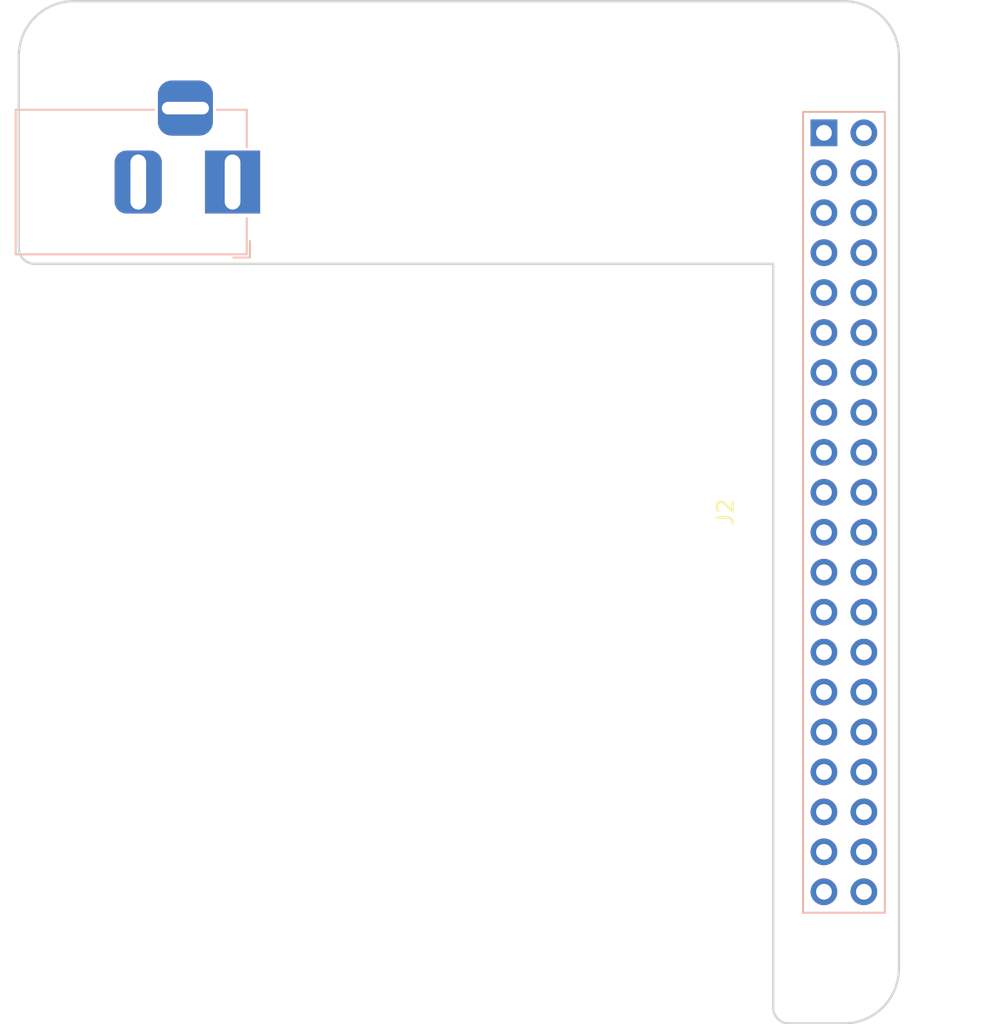
<source format=kicad_pcb>
(kicad_pcb (version 20171130) (host pcbnew "(5.1.4)-1")

  (general
    (thickness 1.6)
    (drawings 11)
    (tracks 0)
    (zones 0)
    (modules 5)
    (nets 34)
  )

  (page A4)
  (layers
    (0 F.Cu signal)
    (1 In1.Cu signal)
    (2 In2.Cu signal)
    (31 B.Cu signal)
    (32 B.Adhes user)
    (33 F.Adhes user)
    (34 B.Paste user)
    (35 F.Paste user)
    (36 B.SilkS user)
    (37 F.SilkS user)
    (38 B.Mask user)
    (39 F.Mask user)
    (40 Dwgs.User user)
    (41 Cmts.User user)
    (42 Eco1.User user hide)
    (43 Eco2.User user hide)
    (44 Edge.Cuts user)
    (45 Margin user hide)
    (46 B.CrtYd user hide)
    (47 F.CrtYd user hide)
    (48 B.Fab user)
    (49 F.Fab user)
  )

  (setup
    (last_trace_width 2)
    (user_trace_width 0.15)
    (user_trace_width 0.2)
    (user_trace_width 0.25)
    (user_trace_width 0.4)
    (user_trace_width 0.5)
    (user_trace_width 0.6)
    (user_trace_width 1)
    (user_trace_width 2)
    (trace_clearance 0.2)
    (zone_clearance 0.2)
    (zone_45_only yes)
    (trace_min 0.15)
    (via_size 0.4)
    (via_drill 0.2)
    (via_min_size 0.4)
    (via_min_drill 0.2)
    (uvia_size 0.3)
    (uvia_drill 0.1)
    (uvias_allowed no)
    (uvia_min_size 0.2)
    (uvia_min_drill 0.1)
    (edge_width 0.15)
    (segment_width 0.15)
    (pcb_text_width 0.3)
    (pcb_text_size 1.5 1.5)
    (mod_edge_width 0.15)
    (mod_text_size 0.6 0.6)
    (mod_text_width 0.09)
    (pad_size 1.524 1.524)
    (pad_drill 0.762)
    (pad_to_mask_clearance 0.1)
    (aux_axis_origin 0 0)
    (visible_elements 7FFFFE3F)
    (pcbplotparams
      (layerselection 0x010f8_80000007)
      (usegerberextensions false)
      (usegerberattributes false)
      (usegerberadvancedattributes false)
      (creategerberjobfile false)
      (excludeedgelayer false)
      (linewidth 0.100000)
      (plotframeref false)
      (viasonmask false)
      (mode 1)
      (useauxorigin false)
      (hpglpennumber 1)
      (hpglpenspeed 20)
      (hpglpendiameter 15.000000)
      (psnegative false)
      (psa4output false)
      (plotreference true)
      (plotvalue false)
      (plotinvisibletext false)
      (padsonsilk true)
      (subtractmaskfromsilk false)
      (outputformat 1)
      (mirror false)
      (drillshape 0)
      (scaleselection 1)
      (outputdirectory "prod"))
  )

  (net 0 "")
  (net 1 "Net-(J2-Pad3)")
  (net 2 "Net-(J2-Pad15)")
  (net 3 "Net-(J2-Pad16)")
  (net 4 "Net-(J2-Pad4)")
  (net 5 "Net-(J2-Pad5)")
  (net 6 "Net-(J2-Pad1)")
  (net 7 "Net-(J2-Pad23)")
  (net 8 "Net-(J2-Pad24)")
  (net 9 "Net-(J2-Pad11)")
  (net 10 "Net-(J2-Pad12)")
  (net 11 "Net-(J2-Pad27)")
  (net 12 "Net-(J2-Pad28)")
  (net 13 "Net-(J2-Pad13)")
  (net 14 "Net-(J2-Pad10)")
  (net 15 "Net-(J2-Pad19)")
  (net 16 "Net-(J2-Pad37)")
  (net 17 "Net-(J2-Pad38)")
  (net 18 "Net-(J2-Pad33)")
  (net 19 "Net-(J2-Pad35)")
  (net 20 "Net-(J2-Pad36)")
  (net 21 "Net-(J2-Pad17)")
  (net 22 "Net-(J2-Pad18)")
  (net 23 "Net-(J2-Pad31)")
  (net 24 "Net-(J2-Pad32)")
  (net 25 "Net-(J2-Pad7)")
  (net 26 "Net-(J2-Pad8)")
  (net 27 "Net-(J2-Pad29)")
  (net 28 "Net-(J2-Pad21)")
  (net 29 "Net-(J2-Pad22)")
  (net 30 "Net-(J2-Pad26)")
  (net 31 "Net-(J2-Pad40)")
  (net 32 5V)
  (net 33 GND)

  (net_class Default "This is the default net class."
    (clearance 0.2)
    (trace_width 0.15)
    (via_dia 0.4)
    (via_drill 0.2)
    (uvia_dia 0.3)
    (uvia_drill 0.1)
    (add_net 5V)
    (add_net GND)
    (add_net "Net-(J2-Pad1)")
    (add_net "Net-(J2-Pad10)")
    (add_net "Net-(J2-Pad11)")
    (add_net "Net-(J2-Pad12)")
    (add_net "Net-(J2-Pad13)")
    (add_net "Net-(J2-Pad15)")
    (add_net "Net-(J2-Pad16)")
    (add_net "Net-(J2-Pad17)")
    (add_net "Net-(J2-Pad18)")
    (add_net "Net-(J2-Pad19)")
    (add_net "Net-(J2-Pad21)")
    (add_net "Net-(J2-Pad22)")
    (add_net "Net-(J2-Pad23)")
    (add_net "Net-(J2-Pad24)")
    (add_net "Net-(J2-Pad26)")
    (add_net "Net-(J2-Pad27)")
    (add_net "Net-(J2-Pad28)")
    (add_net "Net-(J2-Pad29)")
    (add_net "Net-(J2-Pad3)")
    (add_net "Net-(J2-Pad31)")
    (add_net "Net-(J2-Pad32)")
    (add_net "Net-(J2-Pad33)")
    (add_net "Net-(J2-Pad35)")
    (add_net "Net-(J2-Pad36)")
    (add_net "Net-(J2-Pad37)")
    (add_net "Net-(J2-Pad38)")
    (add_net "Net-(J2-Pad4)")
    (add_net "Net-(J2-Pad40)")
    (add_net "Net-(J2-Pad5)")
    (add_net "Net-(J2-Pad7)")
    (add_net "Net-(J2-Pad8)")
  )

  (module hoshina_library:DCJ (layer B.Cu) (tedit 5D5E5FEB) (tstamp 5D70C54E)
    (at 13.6 11.5)
    (descr "akituki DC jack 4A")
    (tags "Power Jack")
    (path /5D71DF43)
    (fp_text reference J1 (at -8.45 -5.75) (layer B.CrtYd)
      (effects (font (size 1 1) (thickness 0.15)) (justify mirror))
    )
    (fp_text value Jack-DC (at -6.2 5.5) (layer B.Fab)
      (effects (font (size 1 1) (thickness 0.15)) (justify mirror))
    )
    (fp_text user %R (at -3 2.95) (layer B.Fab)
      (effects (font (size 1 1) (thickness 0.15)) (justify mirror))
    )
    (fp_line (start -0.003213 4.505425) (end 0.8 3.75) (layer B.Fab) (width 0.1))
    (fp_line (start 1.1 3.75) (end 1.1 4.8) (layer B.SilkS) (width 0.12))
    (fp_line (start 0.05 4.8) (end 1.1 4.8) (layer B.SilkS) (width 0.12))
    (fp_line (start 1 4.5) (end 1 4.75) (layer B.CrtYd) (width 0.05))
    (fp_line (start 1 4.75) (end -14 4.75) (layer B.CrtYd) (width 0.05))
    (fp_line (start 1 4.5) (end 1 2) (layer B.CrtYd) (width 0.05))
    (fp_line (start 1 2) (end 2 2) (layer B.CrtYd) (width 0.05))
    (fp_line (start 2 2) (end 2 -2) (layer B.CrtYd) (width 0.05))
    (fp_line (start 2 -2) (end 1 -2) (layer B.CrtYd) (width 0.05))
    (fp_line (start 1 -2) (end 1 -4.75) (layer B.CrtYd) (width 0.05))
    (fp_line (start 1 -4.75) (end -1 -4.75) (layer B.CrtYd) (width 0.05))
    (fp_line (start -1 -4.75) (end -1 -6.75) (layer B.CrtYd) (width 0.05))
    (fp_line (start -1 -6.75) (end -5 -6.75) (layer B.CrtYd) (width 0.05))
    (fp_line (start -5 -6.75) (end -5 -4.75) (layer B.CrtYd) (width 0.05))
    (fp_line (start -5 -4.75) (end -14 -4.75) (layer B.CrtYd) (width 0.05))
    (fp_line (start -14 -4.75) (end -14 4.75) (layer B.CrtYd) (width 0.05))
    (fp_line (start -5 -4.6) (end -13.8 -4.6) (layer B.SilkS) (width 0.12))
    (fp_line (start -13.8 -4.6) (end -13.8 4.6) (layer B.SilkS) (width 0.12))
    (fp_line (start 0.9 -2.2) (end 0.9 -4.6) (layer B.SilkS) (width 0.12))
    (fp_line (start 0.9 -4.6) (end -1 -4.6) (layer B.SilkS) (width 0.12))
    (fp_line (start -13.8 4.6) (end 0.9 4.6) (layer B.SilkS) (width 0.12))
    (fp_line (start 0.9 4.6) (end 0.9 2.3) (layer B.SilkS) (width 0.12))
    (fp_line (start -10.2 4.5) (end -10.2 -4.5) (layer B.Fab) (width 0.1))
    (fp_line (start -13.7 4.5) (end -13.7 -4.5) (layer B.Fab) (width 0.1))
    (fp_line (start -13.7 -4.5) (end 0.8 -4.5) (layer B.Fab) (width 0.1))
    (fp_line (start 0.8 -4.5) (end 0.8 3.75) (layer B.Fab) (width 0.1))
    (fp_line (start 0 4.5) (end -13.7 4.5) (layer B.Fab) (width 0.1))
    (pad 1 thru_hole rect (at 0 0) (size 3.5 4) (drill oval 1 3.5) (layers *.Cu *.Mask)
      (net 32 5V))
    (pad 2 thru_hole roundrect (at -6 0) (size 3 4) (drill oval 1 3.5) (layers *.Cu *.Mask) (roundrect_rratio 0.25)
      (net 33 GND))
    (pad 3 thru_hole roundrect (at -3 -4.7) (size 3.5 3.5) (drill oval 3 0.8) (layers *.Cu *.Mask) (roundrect_rratio 0.25))
    (model ${KISYS3DMOD}/Connector_BarrelJack.3dshapes/BarrelJack_Horizontal.wrl
      (at (xyz 0 0 0))
      (scale (xyz 1 1 1))
      (rotate (xyz 0 0 0))
    )
  )

  (module hoshina_library:Thinker_board_pin (layer F.Cu) (tedit 5D70C012) (tstamp 5D711A1A)
    (at 51.23 8.37)
    (descr "Raspberry Pi Zero using through hole straight pin socket, 2x20, 2.54mm pitch, https://www.raspberrypi.org/documentation/hardware/raspberrypi/mechanical/rpi_MECH_Zero_1p2.pdf")
    (tags "raspberry pi zero through hole")
    (path /5D71C5B8)
    (fp_text reference J2 (at -6.27 24.13 90) (layer F.SilkS)
      (effects (font (size 1 1) (thickness 0.15)))
    )
    (fp_text value Thinker_board_S (at 10.23 24.13 270) (layer F.Fab)
      (effects (font (size 1 1) (thickness 0.15)))
    )
    (fp_line (start -1.27 -0.27) (end -1.27 49.53) (layer B.Fab) (width 0.1))
    (fp_line (start 3.81 -1.27) (end -0.27 -1.27) (layer B.Fab) (width 0.1))
    (fp_line (start -0.27 -1.27) (end -1.27 -0.27) (layer B.Fab) (width 0.1))
    (fp_line (start 3.87 49.59) (end -1.33 49.59) (layer B.SilkS) (width 0.12))
    (fp_line (start -1.33 0) (end -1.33 49.59) (layer B.SilkS) (width 0.12))
    (fp_line (start -1.33 -1.33) (end -1.33 0) (layer B.SilkS) (width 0.12))
    (fp_line (start 0 -1.33) (end -1.33 -1.33) (layer B.SilkS) (width 0.12))
    (fp_line (start -1.76 50) (end 4.34 50) (layer B.CrtYd) (width 0.05))
    (fp_line (start 4.34 50) (end 4.34 -1.8) (layer B.CrtYd) (width 0.05))
    (fp_line (start 4.34 -1.8) (end -1.76 -1.8) (layer B.CrtYd) (width 0.05))
    (fp_line (start -1.76 -1.8) (end -1.76 50) (layer B.CrtYd) (width 0.05))
    (fp_line (start 3.87 -1.33) (end 0 -1.33) (layer B.SilkS) (width 0.12))
    (fp_line (start 3.87 -1.33) (end 3.87 49.59) (layer B.SilkS) (width 0.12))
    (fp_line (start -1.27 49.53) (end 3.81 49.53) (layer B.Fab) (width 0.1))
    (fp_line (start 3.81 49.53) (end 3.81 -1.27) (layer B.Fab) (width 0.1))
    (fp_text user %R (at 1.27 24.13 90) (layer B.Fab)
      (effects (font (size 1 1) (thickness 0.15)) (justify mirror))
    )
    (pad 6 thru_hole oval (at 2.54 5.08 180) (size 1.7 1.7) (drill 1) (layers *.Cu *.Mask)
      (net 33 GND))
    (pad 3 thru_hole oval (at 0 2.54 180) (size 1.7 1.7) (drill 1) (layers *.Cu *.Mask)
      (net 1 "Net-(J2-Pad3)"))
    (pad 15 thru_hole oval (at 0 17.78 180) (size 1.7 1.7) (drill 1) (layers *.Cu *.Mask)
      (net 2 "Net-(J2-Pad15)"))
    (pad 16 thru_hole oval (at 2.54 17.78 180) (size 1.7 1.7) (drill 1) (layers *.Cu *.Mask)
      (net 3 "Net-(J2-Pad16)"))
    (pad 4 thru_hole oval (at 2.54 2.54 180) (size 1.7 1.7) (drill 1) (layers *.Cu *.Mask)
      (net 4 "Net-(J2-Pad4)"))
    (pad 5 thru_hole oval (at 0 5.08 180) (size 1.7 1.7) (drill 1) (layers *.Cu *.Mask)
      (net 5 "Net-(J2-Pad5)"))
    (pad 2 thru_hole oval (at 2.54 0 180) (size 1.7 1.7) (drill 1) (layers *.Cu *.Mask)
      (net 32 5V))
    (pad 1 thru_hole rect (at 0 0 180) (size 1.7 1.7) (drill 1) (layers *.Cu *.Mask)
      (net 6 "Net-(J2-Pad1)"))
    (pad 23 thru_hole oval (at 0 27.94 180) (size 1.7 1.7) (drill 1) (layers *.Cu *.Mask)
      (net 7 "Net-(J2-Pad23)"))
    (pad 24 thru_hole oval (at 2.54 27.94 180) (size 1.7 1.7) (drill 1) (layers *.Cu *.Mask)
      (net 8 "Net-(J2-Pad24)"))
    (pad 11 thru_hole oval (at 0 12.7 180) (size 1.7 1.7) (drill 1) (layers *.Cu *.Mask)
      (net 9 "Net-(J2-Pad11)"))
    (pad 12 thru_hole oval (at 2.54 12.7 180) (size 1.7 1.7) (drill 1) (layers *.Cu *.Mask)
      (net 10 "Net-(J2-Pad12)"))
    (pad 27 thru_hole oval (at 0 33.02 180) (size 1.7 1.7) (drill 1) (layers *.Cu *.Mask)
      (net 11 "Net-(J2-Pad27)"))
    (pad 28 thru_hole oval (at 2.54 33.02 180) (size 1.7 1.7) (drill 1) (layers *.Cu *.Mask)
      (net 12 "Net-(J2-Pad28)"))
    (pad 13 thru_hole oval (at 0 15.24 180) (size 1.7 1.7) (drill 1) (layers *.Cu *.Mask)
      (net 13 "Net-(J2-Pad13)"))
    (pad 14 thru_hole oval (at 2.54 15.24 180) (size 1.7 1.7) (drill 1) (layers *.Cu *.Mask)
      (net 33 GND))
    (pad 9 thru_hole oval (at 0 10.16 180) (size 1.7 1.7) (drill 1) (layers *.Cu *.Mask)
      (net 33 GND))
    (pad 10 thru_hole oval (at 2.54 10.16 180) (size 1.7 1.7) (drill 1) (layers *.Cu *.Mask)
      (net 14 "Net-(J2-Pad10)"))
    (pad 19 thru_hole oval (at 0 22.86 180) (size 1.7 1.7) (drill 1) (layers *.Cu *.Mask)
      (net 15 "Net-(J2-Pad19)"))
    (pad 20 thru_hole oval (at 2.54 22.86 180) (size 1.7 1.7) (drill 1) (layers *.Cu *.Mask)
      (net 33 GND))
    (pad 37 thru_hole oval (at 0 45.72 180) (size 1.7 1.7) (drill 1) (layers *.Cu *.Mask)
      (net 16 "Net-(J2-Pad37)"))
    (pad 38 thru_hole oval (at 2.54 45.72 180) (size 1.7 1.7) (drill 1) (layers *.Cu *.Mask)
      (net 17 "Net-(J2-Pad38)"))
    (pad 33 thru_hole oval (at 0 40.64 180) (size 1.7 1.7) (drill 1) (layers *.Cu *.Mask)
      (net 18 "Net-(J2-Pad33)"))
    (pad 34 thru_hole oval (at 2.54 40.64 180) (size 1.7 1.7) (drill 1) (layers *.Cu *.Mask)
      (net 33 GND))
    (pad 35 thru_hole oval (at 0 43.18 180) (size 1.7 1.7) (drill 1) (layers *.Cu *.Mask)
      (net 19 "Net-(J2-Pad35)"))
    (pad 36 thru_hole oval (at 2.54 43.18 180) (size 1.7 1.7) (drill 1) (layers *.Cu *.Mask)
      (net 20 "Net-(J2-Pad36)"))
    (pad 17 thru_hole oval (at 0 20.32 180) (size 1.7 1.7) (drill 1) (layers *.Cu *.Mask)
      (net 21 "Net-(J2-Pad17)"))
    (pad 18 thru_hole oval (at 2.54 20.32 180) (size 1.7 1.7) (drill 1) (layers *.Cu *.Mask)
      (net 22 "Net-(J2-Pad18)"))
    (pad 31 thru_hole oval (at 0 38.1 180) (size 1.7 1.7) (drill 1) (layers *.Cu *.Mask)
      (net 23 "Net-(J2-Pad31)"))
    (pad 32 thru_hole oval (at 2.54 38.1 180) (size 1.7 1.7) (drill 1) (layers *.Cu *.Mask)
      (net 24 "Net-(J2-Pad32)"))
    (pad 7 thru_hole oval (at 0 7.62 180) (size 1.7 1.7) (drill 1) (layers *.Cu *.Mask)
      (net 25 "Net-(J2-Pad7)"))
    (pad 8 thru_hole oval (at 2.54 7.62 180) (size 1.7 1.7) (drill 1) (layers *.Cu *.Mask)
      (net 26 "Net-(J2-Pad8)"))
    (pad 29 thru_hole oval (at 0 35.56 180) (size 1.7 1.7) (drill 1) (layers *.Cu *.Mask)
      (net 27 "Net-(J2-Pad29)"))
    (pad 30 thru_hole oval (at 2.54 35.56 180) (size 1.7 1.7) (drill 1) (layers *.Cu *.Mask)
      (net 33 GND))
    (pad 21 thru_hole oval (at 0 25.4 180) (size 1.7 1.7) (drill 1) (layers *.Cu *.Mask)
      (net 28 "Net-(J2-Pad21)"))
    (pad 22 thru_hole oval (at 2.54 25.4 180) (size 1.7 1.7) (drill 1) (layers *.Cu *.Mask)
      (net 29 "Net-(J2-Pad22)"))
    (pad 25 thru_hole oval (at 0 30.48 180) (size 1.7 1.7) (drill 1) (layers *.Cu *.Mask)
      (net 33 GND))
    (pad 26 thru_hole oval (at 2.54 30.48 180) (size 1.7 1.7) (drill 1) (layers *.Cu *.Mask)
      (net 30 "Net-(J2-Pad26)"))
    (pad 39 thru_hole oval (at 0 48.26 180) (size 1.7 1.7) (drill 1) (layers *.Cu *.Mask)
      (net 33 GND))
    (pad 40 thru_hole oval (at 2.54 48.26 180) (size 1.7 1.7) (drill 1) (layers *.Cu *.Mask)
      (net 31 "Net-(J2-Pad40)"))
    (model ${KISYS3DMOD}/Module.3dshapes/Raspberry_Pi_Zero_Socketed_THT_FaceDown_MountingHoles.wrl
      (at (xyz 0 0 0))
      (scale (xyz 1 1 1))
      (rotate (xyz 0 0 0))
    )
  )

  (module hoshina_library:Hole_3.2mm (layer F.Cu) (tedit 5D70C81F) (tstamp 5D711DA4)
    (at 3.5 3.5)
    (path /5D70CDDF)
    (fp_text reference H1 (at 0 5) (layer F.CrtYd)
      (effects (font (size 1 1) (thickness 0.15)))
    )
    (fp_text value Hole_3.2mm (at 0 2.5) (layer F.Fab)
      (effects (font (size 1 1) (thickness 0.15)))
    )
    (pad "" np_thru_hole circle (at 0 0) (size 3.2 3.2) (drill 3.2) (layers *.Cu *.Mask))
  )

  (module hoshina_library:Hole_3.2mm (layer F.Cu) (tedit 5D70C81F) (tstamp 5D711DA9)
    (at 52.5 61.5)
    (path /5D70D1CD)
    (fp_text reference H2 (at 0 5) (layer F.CrtYd)
      (effects (font (size 1 1) (thickness 0.15)))
    )
    (fp_text value Hole_3.2mm (at 0 2.5) (layer F.Fab)
      (effects (font (size 1 1) (thickness 0.15)))
    )
    (pad "" np_thru_hole circle (at 0 0) (size 3.2 3.2) (drill 3.2) (layers *.Cu *.Mask))
  )

  (module hoshina_library:Hole_3.2mm (layer F.Cu) (tedit 5D70C81F) (tstamp 5D711DAE)
    (at 52.5 3.5)
    (path /5D70D3B8)
    (fp_text reference H3 (at 0 5) (layer F.CrtYd)
      (effects (font (size 1 1) (thickness 0.15)))
    )
    (fp_text value Hole_3.2mm (at 0 2.5) (layer F.Fab)
      (effects (font (size 1 1) (thickness 0.15)))
    )
    (pad "" np_thru_hole circle (at 0 0) (size 3.2 3.2) (drill 3.2) (layers *.Cu *.Mask))
  )

  (gr_arc (start 49 64) (end 48 64) (angle -90) (layer Edge.Cuts) (width 0.15))
  (gr_arc (start 1 15.7) (end 0 15.7) (angle -90) (layer Edge.Cuts) (width 0.15))
  (gr_arc (start 52.5 61.5) (end 52.5 65) (angle -90) (layer Edge.Cuts) (width 0.15))
  (gr_arc (start 52.5 3.5) (end 56 3.5) (angle -90) (layer Edge.Cuts) (width 0.15))
  (gr_arc (start 3.5 3.5) (end 3.5 0) (angle -90) (layer Edge.Cuts) (width 0.15))
  (gr_line (start 49 65) (end 52.5 65) (layer Edge.Cuts) (width 0.15) (tstamp 5D711C5C))
  (gr_line (start 48 16.7) (end 48 64) (layer Edge.Cuts) (width 0.15))
  (gr_line (start 56 3.5) (end 56 61.5) (layer Edge.Cuts) (width 0.15))
  (gr_line (start 1 16.7) (end 48 16.7) (layer Edge.Cuts) (width 0.15))
  (gr_line (start 0 3.5) (end 0 15.7) (layer Edge.Cuts) (width 0.15))
  (gr_line (start 3.5 0) (end 52.5 0) (layer Edge.Cuts) (width 0.15))

)

</source>
